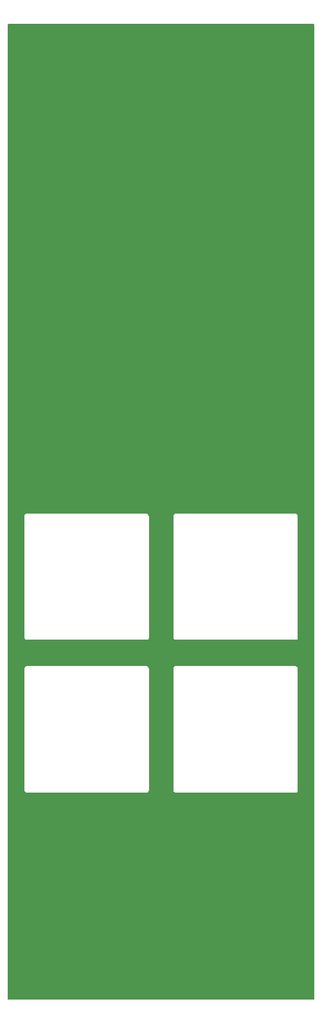
<source format=gbr>
%TF.GenerationSoftware,KiCad,Pcbnew,7.0.6*%
%TF.CreationDate,2023-07-26T19:09:21+01:00*%
%TF.ProjectId,Hypersoniq_Panel,48797065-7273-46f6-9e69-715f50616e65,rev?*%
%TF.SameCoordinates,Original*%
%TF.FileFunction,Copper,L2,Bot*%
%TF.FilePolarity,Positive*%
%FSLAX46Y46*%
G04 Gerber Fmt 4.6, Leading zero omitted, Abs format (unit mm)*
G04 Created by KiCad (PCBNEW 7.0.6) date 2023-07-26 19:09:21*
%MOMM*%
%LPD*%
G01*
G04 APERTURE LIST*
G04 APERTURE END LIST*
%TA.AperFunction,NonConductor*%
G36*
X90341621Y-31220502D02*
G01*
X90388114Y-31274158D01*
X90399500Y-31326500D01*
X90399500Y-159573500D01*
X90379498Y-159641621D01*
X90325842Y-159688114D01*
X90273500Y-159699500D01*
X50126500Y-159699500D01*
X50058379Y-159679498D01*
X50011886Y-159625842D01*
X50000500Y-159573500D01*
X50000500Y-132057878D01*
X52229645Y-132057878D01*
X52237551Y-132105308D01*
X52239204Y-132129933D01*
X52238085Y-132165945D01*
X52239325Y-132175761D01*
X52236686Y-132176094D01*
X52236618Y-132196168D01*
X52246667Y-132212351D01*
X52260637Y-132243720D01*
X52263699Y-132254279D01*
X52315224Y-132330457D01*
X52315225Y-132330458D01*
X52315226Y-132330459D01*
X52387674Y-132387114D01*
X52398018Y-132390904D01*
X52428352Y-132407003D01*
X52440475Y-132415743D01*
X52452564Y-132413941D01*
X52464318Y-132416873D01*
X52464324Y-132416844D01*
X52474025Y-132418755D01*
X52474026Y-132418755D01*
X52474029Y-132418756D01*
X52508812Y-132420074D01*
X52530740Y-132422847D01*
X52533119Y-132423363D01*
X52533081Y-132423534D01*
X52536508Y-132423937D01*
X52567240Y-132431266D01*
X52581714Y-132423370D01*
X52608453Y-132420500D01*
X68181420Y-132420500D01*
X68213473Y-132429911D01*
X68264710Y-132422277D01*
X68290685Y-132421119D01*
X68328910Y-132423372D01*
X68331260Y-132422716D01*
X68334617Y-132422761D01*
X68339298Y-132422260D01*
X68339358Y-132422824D01*
X68365832Y-132423180D01*
X68379112Y-132414819D01*
X68412388Y-132400078D01*
X68413659Y-132399723D01*
X68423350Y-132397019D01*
X68504085Y-132341385D01*
X68562338Y-132262518D01*
X68565754Y-132251663D01*
X68581579Y-132218892D01*
X68588284Y-132208979D01*
X68585913Y-132196042D01*
X68591039Y-132171333D01*
X68591776Y-132168994D01*
X68590777Y-132130662D01*
X68592785Y-132104745D01*
X68599843Y-132066098D01*
X68595011Y-132058286D01*
X68594956Y-132057878D01*
X71829645Y-132057878D01*
X71837551Y-132105308D01*
X71839204Y-132129933D01*
X71838085Y-132165945D01*
X71839325Y-132175761D01*
X71836686Y-132176094D01*
X71836618Y-132196168D01*
X71846667Y-132212351D01*
X71860637Y-132243720D01*
X71863699Y-132254279D01*
X71915224Y-132330457D01*
X71915225Y-132330458D01*
X71915226Y-132330459D01*
X71987674Y-132387114D01*
X71998018Y-132390904D01*
X72028352Y-132407003D01*
X72040475Y-132415743D01*
X72052564Y-132413941D01*
X72064318Y-132416873D01*
X72064324Y-132416844D01*
X72074025Y-132418755D01*
X72074026Y-132418755D01*
X72074029Y-132418756D01*
X72108812Y-132420074D01*
X72130740Y-132422847D01*
X72133119Y-132423363D01*
X72133081Y-132423534D01*
X72136508Y-132423937D01*
X72167240Y-132431266D01*
X72181714Y-132423370D01*
X72208453Y-132420500D01*
X87781420Y-132420500D01*
X87813473Y-132429911D01*
X87864710Y-132422277D01*
X87890685Y-132421119D01*
X87928910Y-132423372D01*
X87931260Y-132422716D01*
X87934617Y-132422761D01*
X87939298Y-132422260D01*
X87939358Y-132422824D01*
X87965832Y-132423180D01*
X87979112Y-132414819D01*
X88012388Y-132400078D01*
X88013659Y-132399723D01*
X88023350Y-132397019D01*
X88104085Y-132341385D01*
X88162338Y-132262518D01*
X88165754Y-132251663D01*
X88181579Y-132218892D01*
X88188284Y-132208979D01*
X88185913Y-132196042D01*
X88191039Y-132171333D01*
X88191776Y-132168994D01*
X88190777Y-132130662D01*
X88192785Y-132104745D01*
X88199843Y-132066098D01*
X88195011Y-132058286D01*
X88190500Y-132024875D01*
X88190500Y-116168812D01*
X88201407Y-116131663D01*
X88193464Y-116095688D01*
X88193075Y-116092124D01*
X88192950Y-116092150D01*
X88192619Y-116090496D01*
X88190197Y-116068412D01*
X88189427Y-116031684D01*
X88187683Y-116021960D01*
X88188976Y-116021727D01*
X88187812Y-115997705D01*
X88177352Y-115982644D01*
X88161804Y-115952074D01*
X88157753Y-115940399D01*
X88099603Y-115863232D01*
X88099600Y-115863230D01*
X88020579Y-115807624D01*
X88020575Y-115807622D01*
X88008584Y-115803895D01*
X87977561Y-115789375D01*
X87965707Y-115781708D01*
X87954283Y-115784004D01*
X87929283Y-115779083D01*
X87928305Y-115778940D01*
X87928304Y-115778940D01*
X87889893Y-115779386D01*
X87865288Y-115777250D01*
X87827148Y-115770123D01*
X87818918Y-115775157D01*
X87786123Y-115779500D01*
X72209133Y-115779500D01*
X72169866Y-115767970D01*
X72134733Y-115776445D01*
X72110332Y-115779853D01*
X72074072Y-115781334D01*
X72064394Y-115783268D01*
X72063850Y-115780547D01*
X72044248Y-115781874D01*
X72028619Y-115793162D01*
X71998465Y-115809225D01*
X71987862Y-115813137D01*
X71987856Y-115813140D01*
X71915518Y-115869798D01*
X71915513Y-115869802D01*
X71863980Y-115945885D01*
X71860832Y-115956657D01*
X71846878Y-115987866D01*
X71838929Y-116000642D01*
X71841517Y-116012448D01*
X71839398Y-116024292D01*
X71839463Y-116024301D01*
X71838203Y-116034084D01*
X71839221Y-116070147D01*
X71837502Y-116094742D01*
X71830726Y-116134747D01*
X71834588Y-116140829D01*
X71839500Y-116175666D01*
X71839500Y-132024319D01*
X71829645Y-132057878D01*
X68594956Y-132057878D01*
X68590500Y-132024875D01*
X68590500Y-116168812D01*
X68601407Y-116131663D01*
X68593464Y-116095688D01*
X68593075Y-116092124D01*
X68592950Y-116092150D01*
X68592619Y-116090496D01*
X68590197Y-116068412D01*
X68589427Y-116031684D01*
X68587683Y-116021960D01*
X68588976Y-116021727D01*
X68587812Y-115997705D01*
X68577352Y-115982644D01*
X68561804Y-115952074D01*
X68557753Y-115940399D01*
X68499603Y-115863232D01*
X68499600Y-115863230D01*
X68420579Y-115807624D01*
X68420575Y-115807622D01*
X68408584Y-115803895D01*
X68377561Y-115789375D01*
X68365707Y-115781708D01*
X68354283Y-115784004D01*
X68329283Y-115779083D01*
X68328305Y-115778940D01*
X68328304Y-115778940D01*
X68289893Y-115779386D01*
X68265288Y-115777250D01*
X68227148Y-115770123D01*
X68218918Y-115775157D01*
X68186123Y-115779500D01*
X52609133Y-115779500D01*
X52569866Y-115767970D01*
X52534733Y-115776445D01*
X52510332Y-115779853D01*
X52474072Y-115781334D01*
X52464394Y-115783268D01*
X52463850Y-115780547D01*
X52444248Y-115781874D01*
X52428619Y-115793162D01*
X52398465Y-115809225D01*
X52387862Y-115813137D01*
X52387856Y-115813140D01*
X52315518Y-115869798D01*
X52315513Y-115869802D01*
X52263980Y-115945885D01*
X52260832Y-115956657D01*
X52246878Y-115987866D01*
X52238929Y-116000642D01*
X52241517Y-116012448D01*
X52239398Y-116024292D01*
X52239463Y-116024301D01*
X52238203Y-116034084D01*
X52239221Y-116070147D01*
X52237502Y-116094742D01*
X52230726Y-116134747D01*
X52234588Y-116140829D01*
X52239500Y-116175666D01*
X52239500Y-132024319D01*
X52229645Y-132057878D01*
X50000500Y-132057878D01*
X50000500Y-111957878D01*
X52229645Y-111957878D01*
X52237551Y-112005308D01*
X52239204Y-112029933D01*
X52238085Y-112065945D01*
X52239325Y-112075761D01*
X52236686Y-112076094D01*
X52236618Y-112096168D01*
X52246667Y-112112351D01*
X52260637Y-112143720D01*
X52263699Y-112154279D01*
X52315224Y-112230457D01*
X52315225Y-112230458D01*
X52315226Y-112230459D01*
X52387674Y-112287114D01*
X52398018Y-112290904D01*
X52428352Y-112307003D01*
X52440475Y-112315743D01*
X52452564Y-112313941D01*
X52464318Y-112316873D01*
X52464324Y-112316844D01*
X52474025Y-112318755D01*
X52474026Y-112318755D01*
X52474029Y-112318756D01*
X52508812Y-112320074D01*
X52530740Y-112322847D01*
X52533119Y-112323363D01*
X52533081Y-112323534D01*
X52536508Y-112323937D01*
X52567240Y-112331266D01*
X52581714Y-112323370D01*
X52608453Y-112320500D01*
X68181420Y-112320500D01*
X68213473Y-112329911D01*
X68264710Y-112322277D01*
X68290685Y-112321119D01*
X68328910Y-112323372D01*
X68331260Y-112322716D01*
X68334617Y-112322761D01*
X68339298Y-112322260D01*
X68339358Y-112322824D01*
X68365832Y-112323180D01*
X68379112Y-112314819D01*
X68412388Y-112300078D01*
X68413659Y-112299723D01*
X68423350Y-112297019D01*
X68504085Y-112241385D01*
X68562338Y-112162518D01*
X68565754Y-112151663D01*
X68581579Y-112118892D01*
X68588284Y-112108979D01*
X68585913Y-112096042D01*
X68591039Y-112071333D01*
X68591776Y-112068994D01*
X68590777Y-112030662D01*
X68592785Y-112004745D01*
X68599843Y-111966098D01*
X68595011Y-111958286D01*
X68594956Y-111957878D01*
X71829645Y-111957878D01*
X71837551Y-112005308D01*
X71839204Y-112029933D01*
X71838085Y-112065945D01*
X71839325Y-112075761D01*
X71836686Y-112076094D01*
X71836618Y-112096168D01*
X71846667Y-112112351D01*
X71860637Y-112143720D01*
X71863699Y-112154279D01*
X71915224Y-112230457D01*
X71915225Y-112230458D01*
X71915226Y-112230459D01*
X71987674Y-112287114D01*
X71998018Y-112290904D01*
X72028352Y-112307003D01*
X72040475Y-112315743D01*
X72052564Y-112313941D01*
X72064318Y-112316873D01*
X72064324Y-112316844D01*
X72074025Y-112318755D01*
X72074026Y-112318755D01*
X72074029Y-112318756D01*
X72108812Y-112320074D01*
X72130740Y-112322847D01*
X72133119Y-112323363D01*
X72133081Y-112323534D01*
X72136508Y-112323937D01*
X72167240Y-112331266D01*
X72181714Y-112323370D01*
X72208453Y-112320500D01*
X87781420Y-112320500D01*
X87813473Y-112329911D01*
X87864710Y-112322277D01*
X87890685Y-112321119D01*
X87928910Y-112323372D01*
X87931260Y-112322716D01*
X87934617Y-112322761D01*
X87939298Y-112322260D01*
X87939358Y-112322824D01*
X87965832Y-112323180D01*
X87979112Y-112314819D01*
X88012388Y-112300078D01*
X88013659Y-112299723D01*
X88023350Y-112297019D01*
X88104085Y-112241385D01*
X88162338Y-112162518D01*
X88165754Y-112151663D01*
X88181579Y-112118892D01*
X88188284Y-112108979D01*
X88185913Y-112096042D01*
X88191039Y-112071333D01*
X88191776Y-112068994D01*
X88190777Y-112030662D01*
X88192785Y-112004745D01*
X88199843Y-111966098D01*
X88195011Y-111958286D01*
X88190500Y-111924875D01*
X88190500Y-96068812D01*
X88201407Y-96031663D01*
X88193464Y-95995688D01*
X88193075Y-95992124D01*
X88192950Y-95992150D01*
X88192619Y-95990496D01*
X88190197Y-95968412D01*
X88189427Y-95931684D01*
X88187683Y-95921960D01*
X88188976Y-95921727D01*
X88187812Y-95897705D01*
X88177352Y-95882644D01*
X88161804Y-95852074D01*
X88157753Y-95840399D01*
X88099603Y-95763232D01*
X88099600Y-95763230D01*
X88020579Y-95707624D01*
X88020575Y-95707622D01*
X88008584Y-95703895D01*
X87977561Y-95689375D01*
X87965707Y-95681708D01*
X87954283Y-95684004D01*
X87929283Y-95679083D01*
X87928305Y-95678940D01*
X87928304Y-95678940D01*
X87889893Y-95679386D01*
X87865288Y-95677250D01*
X87827148Y-95670123D01*
X87818918Y-95675157D01*
X87786123Y-95679500D01*
X72209133Y-95679500D01*
X72169866Y-95667970D01*
X72134733Y-95676445D01*
X72110332Y-95679853D01*
X72074072Y-95681334D01*
X72064394Y-95683268D01*
X72063850Y-95680547D01*
X72044248Y-95681874D01*
X72028619Y-95693162D01*
X71998465Y-95709225D01*
X71987862Y-95713137D01*
X71987856Y-95713140D01*
X71915518Y-95769798D01*
X71915513Y-95769802D01*
X71863980Y-95845885D01*
X71860832Y-95856657D01*
X71846878Y-95887866D01*
X71838929Y-95900642D01*
X71841517Y-95912448D01*
X71839398Y-95924292D01*
X71839463Y-95924301D01*
X71838203Y-95934084D01*
X71839221Y-95970147D01*
X71837502Y-95994742D01*
X71830726Y-96034747D01*
X71834588Y-96040829D01*
X71839500Y-96075666D01*
X71839500Y-111924319D01*
X71829645Y-111957878D01*
X68594956Y-111957878D01*
X68590500Y-111924875D01*
X68590500Y-96068812D01*
X68601407Y-96031663D01*
X68593464Y-95995688D01*
X68593075Y-95992124D01*
X68592950Y-95992150D01*
X68592619Y-95990496D01*
X68590197Y-95968412D01*
X68589427Y-95931684D01*
X68587683Y-95921960D01*
X68588976Y-95921727D01*
X68587812Y-95897705D01*
X68577352Y-95882644D01*
X68561804Y-95852074D01*
X68557753Y-95840399D01*
X68499603Y-95763232D01*
X68499600Y-95763230D01*
X68420579Y-95707624D01*
X68420575Y-95707622D01*
X68408584Y-95703895D01*
X68377561Y-95689375D01*
X68365707Y-95681708D01*
X68354283Y-95684004D01*
X68329283Y-95679083D01*
X68328305Y-95678940D01*
X68328304Y-95678940D01*
X68289893Y-95679386D01*
X68265288Y-95677250D01*
X68227148Y-95670123D01*
X68218918Y-95675157D01*
X68186123Y-95679500D01*
X52609133Y-95679500D01*
X52569866Y-95667970D01*
X52534733Y-95676445D01*
X52510332Y-95679853D01*
X52474072Y-95681334D01*
X52464394Y-95683268D01*
X52463850Y-95680547D01*
X52444248Y-95681874D01*
X52428619Y-95693162D01*
X52398465Y-95709225D01*
X52387862Y-95713137D01*
X52387856Y-95713140D01*
X52315518Y-95769798D01*
X52315513Y-95769802D01*
X52263980Y-95845885D01*
X52260832Y-95856657D01*
X52246878Y-95887866D01*
X52238929Y-95900642D01*
X52241517Y-95912448D01*
X52239398Y-95924292D01*
X52239463Y-95924301D01*
X52238203Y-95934084D01*
X52239221Y-95970147D01*
X52237502Y-95994742D01*
X52230726Y-96034747D01*
X52234588Y-96040829D01*
X52239500Y-96075666D01*
X52239500Y-111924319D01*
X52229645Y-111957878D01*
X50000500Y-111957878D01*
X50000500Y-31326500D01*
X50020502Y-31258379D01*
X50074158Y-31211886D01*
X50126500Y-31200500D01*
X90273500Y-31200500D01*
X90341621Y-31220502D01*
G37*
%TD.AperFunction*%
M02*

</source>
